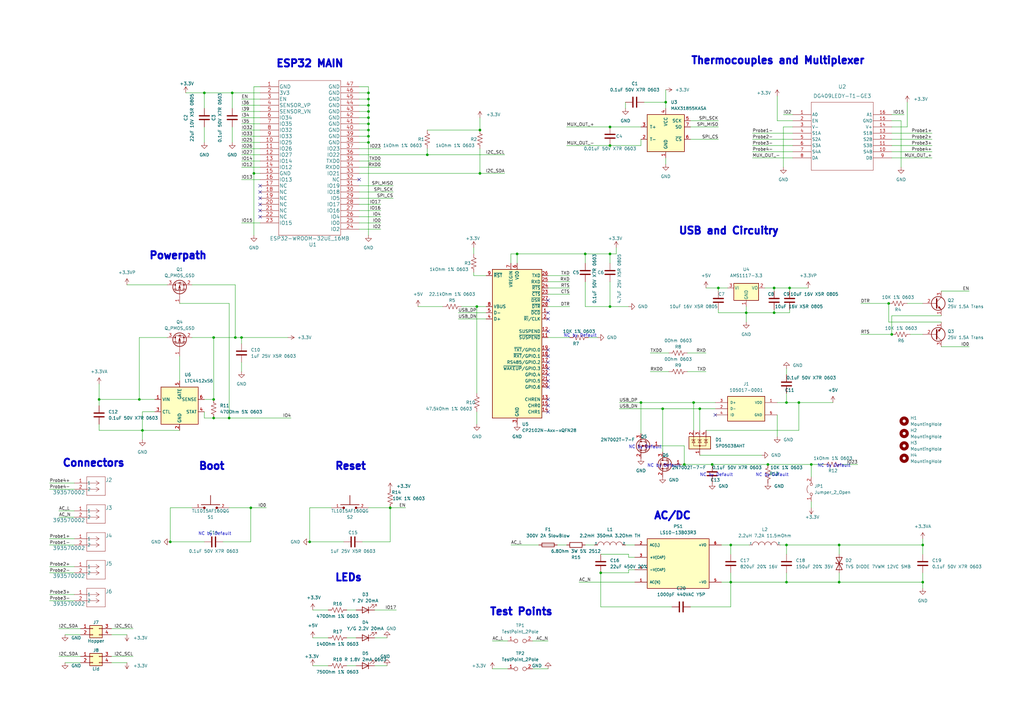
<source format=kicad_sch>
(kicad_sch (version 20211123) (generator eeschema)
  (paper "A3")
  (junction (at 151.13 45.72))
  (junction (at 317.5 118.11))
  (junction (at 160.02 208.28))
  (junction (at 299.72 238.76))
  (junction (at 87.63 171.45))
  (junction (at 250.19 104.14))
  (junction (at 151.13 50.8))
  (junction (at 332.74 190.5))
  (junction (at 175.26 63.5))
  (junction (at 322.58 223.52))
  (junction (at 104.14 71.12))
  (junction (at 344.17 223.52))
  (junction (at 322.58 238.76))
  (junction (at 292.1 190.5))
  (junction (at 151.13 55.88))
  (junction (at 273.05 41.91))
  (junction (at 102.87 208.28))
  (junction (at 322.58 165.1))
  (junction (at 365.76 137.16))
  (junction (at 212.09 104.14))
  (junction (at 250.19 59.69))
  (junction (at 306.07 128.27))
  (junction (at 83.82 38.1))
  (junction (at 195.58 125.73))
  (junction (at 271.78 167.64))
  (junction (at 344.17 238.76))
  (junction (at 58.42 176.53))
  (junction (at 262.89 165.1))
  (junction (at 314.96 190.5))
  (junction (at 96.52 138.43))
  (junction (at 250.19 125.73))
  (junction (at 127 222.25))
  (junction (at 250.19 52.07))
  (junction (at 95.25 38.1))
  (junction (at 151.13 43.18))
  (junction (at 280.67 190.5))
  (junction (at 294.64 118.11))
  (junction (at 40.64 163.83))
  (junction (at 196.85 71.12))
  (junction (at 87.63 138.43))
  (junction (at 196.85 53.34))
  (junction (at 240.03 104.14))
  (junction (at 151.13 40.64))
  (junction (at 57.15 163.83))
  (junction (at 87.63 163.83))
  (junction (at 327.66 165.1))
  (junction (at 378.46 238.76))
  (junction (at 323.85 118.11))
  (junction (at 93.98 171.45))
  (junction (at 151.13 48.26))
  (junction (at 151.13 58.42))
  (junction (at 378.46 223.52))
  (junction (at 299.72 223.52))
  (junction (at 287.02 167.64))
  (junction (at 317.5 128.27))
  (junction (at 69.85 222.25))
  (junction (at 151.13 53.34))
  (junction (at 284.48 165.1))
  (junction (at 364.49 124.46))
  (junction (at 151.13 38.1))
  (junction (at 246.38 234.95))
  (junction (at 99.06 138.43))
  (no_connect (at 147.32 73.66))
  (no_connect (at 224.79 163.83))
  (no_connect (at 106.68 88.9))
  (no_connect (at 224.79 148.59))
  (no_connect (at 106.68 86.36))
  (no_connect (at 224.79 123.19))
  (no_connect (at 106.68 76.2))
  (no_connect (at 224.79 146.05))
  (no_connect (at 106.68 78.74))
  (no_connect (at 224.79 135.89))
  (no_connect (at 106.68 81.28))
  (no_connect (at 224.79 153.67))
  (no_connect (at 224.79 143.51))
  (no_connect (at 224.79 151.13))
  (no_connect (at 224.79 166.37))
  (no_connect (at 293.37 170.18))
  (no_connect (at 224.79 130.81))
  (no_connect (at 224.79 158.75))
  (no_connect (at 224.79 128.27))
  (no_connect (at 224.79 156.21))
  (no_connect (at 106.68 83.82))
  (no_connect (at 224.79 168.91))
  (wire (pts (xy 147.32 43.18) (xy 151.13 43.18)))
  (wire (pts (xy 87.63 138.43) (xy 87.63 163.83)))
  (wire (pts (xy 195.58 168.91) (xy 195.58 173.99)))
  (wire (pts (xy 148.59 222.25) (xy 160.02 222.25)))
  (wire (pts (xy 194.31 113.03) (xy 194.31 111.76)))
  (wire (pts (xy 332.74 205.74) (xy 332.74 208.28)))
  (wire (pts (xy 195.58 125.73) (xy 195.58 161.29)))
  (wire (pts (xy 73.66 124.46) (xy 93.98 124.46)))
  (wire (pts (xy 317.5 127) (xy 317.5 128.27)))
  (wire (pts (xy 344.17 223.52) (xy 378.46 223.52)))
  (wire (pts (xy 40.64 176.53) (xy 58.42 176.53)))
  (wire (pts (xy 99.06 60.96) (xy 106.68 60.96)))
  (wire (pts (xy 378.46 238.76) (xy 378.46 241.3)))
  (wire (pts (xy 199.39 125.73) (xy 195.58 125.73)))
  (wire (pts (xy 151.13 58.42) (xy 151.13 96.52)))
  (wire (pts (xy 58.42 176.53) (xy 58.42 180.34)))
  (wire (pts (xy 147.32 86.36) (xy 156.21 86.36)))
  (wire (pts (xy 266.7 152.4) (xy 274.32 152.4)))
  (wire (pts (xy 99.06 45.72) (xy 106.68 45.72)))
  (wire (pts (xy 26.67 271.78) (xy 33.02 271.78)))
  (wire (pts (xy 280.67 190.5) (xy 292.1 190.5)))
  (wire (pts (xy 308.61 57.15) (xy 325.12 57.15)))
  (wire (pts (xy 313.69 118.11) (xy 317.5 118.11)))
  (wire (pts (xy 99.06 50.8) (xy 106.68 50.8)))
  (wire (pts (xy 212.09 107.95) (xy 212.09 104.14)))
  (wire (pts (xy 99.06 58.42) (xy 106.68 58.42)))
  (wire (pts (xy 224.79 120.65) (xy 233.68 120.65)))
  (wire (pts (xy 250.19 104.14) (xy 250.19 107.95)))
  (wire (pts (xy 83.82 52.07) (xy 83.82 58.42)))
  (wire (pts (xy 153.67 250.19) (xy 162.56 250.19)))
  (wire (pts (xy 373.38 137.16) (xy 378.46 137.16)))
  (wire (pts (xy 99.06 66.04) (xy 106.68 66.04)))
  (wire (pts (xy 240.03 125.73) (xy 240.03 115.57)))
  (wire (pts (xy 386.08 129.54) (xy 365.76 129.54)))
  (wire (pts (xy 175.26 53.34) (xy 196.85 53.34)))
  (wire (pts (xy 209.55 107.95) (xy 209.55 104.14)))
  (wire (pts (xy 199.39 113.03) (xy 194.31 113.03)))
  (wire (pts (xy 365.76 46.99) (xy 370.84 46.99)))
  (wire (pts (xy 250.19 115.57) (xy 250.19 125.73)))
  (wire (pts (xy 95.25 38.1) (xy 106.68 38.1)))
  (wire (pts (xy 365.76 129.54) (xy 365.76 137.16)))
  (wire (pts (xy 153.67 273.05) (xy 158.75 273.05)))
  (wire (pts (xy 147.32 48.26) (xy 151.13 48.26)))
  (wire (pts (xy 322.58 238.76) (xy 299.72 238.76)))
  (wire (pts (xy 294.64 118.11) (xy 289.56 118.11)))
  (wire (pts (xy 20.32 200.66) (xy 30.48 200.66)))
  (wire (pts (xy 87.63 138.43) (xy 96.52 138.43)))
  (wire (pts (xy 147.32 50.8) (xy 151.13 50.8)))
  (wire (pts (xy 99.06 138.43) (xy 118.11 138.43)))
  (wire (pts (xy 271.78 167.64) (xy 287.02 167.64)))
  (wire (pts (xy 147.32 35.56) (xy 151.13 35.56)))
  (wire (pts (xy 345.44 190.5) (xy 351.79 190.5)))
  (wire (pts (xy 237.49 238.76) (xy 260.35 238.76)))
  (wire (pts (xy 99.06 91.44) (xy 106.68 91.44)))
  (wire (pts (xy 147.32 60.96) (xy 156.21 60.96)))
  (wire (pts (xy 99.06 40.64) (xy 106.68 40.64)))
  (wire (pts (xy 224.79 115.57) (xy 233.68 115.57)))
  (wire (pts (xy 299.72 223.52) (xy 295.91 223.52)))
  (wire (pts (xy 24.13 257.81) (xy 33.02 257.81)))
  (wire (pts (xy 306.07 128.27) (xy 317.5 128.27)))
  (wire (pts (xy 298.45 118.11) (xy 294.64 118.11)))
  (wire (pts (xy 151.13 38.1) (xy 151.13 40.64)))
  (wire (pts (xy 232.41 52.07) (xy 250.19 52.07)))
  (wire (pts (xy 273.05 64.77) (xy 273.05 67.31)))
  (wire (pts (xy 24.13 269.24) (xy 33.02 269.24)))
  (wire (pts (xy 20.32 232.41) (xy 30.48 232.41)))
  (wire (pts (xy 134.62 261.62) (xy 128.27 261.62)))
  (wire (pts (xy 209.55 223.52) (xy 220.98 223.52)))
  (wire (pts (xy 378.46 234.95) (xy 378.46 238.76)))
  (wire (pts (xy 151.13 40.64) (xy 151.13 43.18)))
  (wire (pts (xy 142.24 273.05) (xy 146.05 273.05)))
  (wire (pts (xy 224.79 118.11) (xy 233.68 118.11)))
  (wire (pts (xy 209.55 104.14) (xy 212.09 104.14)))
  (wire (pts (xy 175.26 60.96) (xy 175.26 63.5)))
  (wire (pts (xy 83.82 171.45) (xy 87.63 171.45)))
  (wire (pts (xy 187.96 128.27) (xy 199.39 128.27)))
  (wire (pts (xy 93.98 171.45) (xy 119.38 171.45)))
  (wire (pts (xy 196.85 60.96) (xy 196.85 71.12)))
  (wire (pts (xy 323.85 118.11) (xy 323.85 119.38)))
  (wire (pts (xy 318.77 49.53) (xy 318.77 39.37)))
  (wire (pts (xy 87.63 163.83) (xy 83.82 163.83)))
  (wire (pts (xy 99.06 53.34) (xy 106.68 53.34)))
  (wire (pts (xy 147.32 76.2) (xy 161.29 76.2)))
  (wire (pts (xy 266.7 144.78) (xy 274.32 144.78)))
  (wire (pts (xy 26.67 260.35) (xy 33.02 260.35)))
  (wire (pts (xy 308.61 62.23) (xy 325.12 62.23)))
  (wire (pts (xy 332.74 190.5) (xy 337.82 190.5)))
  (wire (pts (xy 232.41 59.69) (xy 250.19 59.69)))
  (wire (pts (xy 281.94 152.4) (xy 289.56 152.4)))
  (wire (pts (xy 187.96 130.81) (xy 199.39 130.81)))
  (wire (pts (xy 83.82 168.91) (xy 83.82 171.45)))
  (wire (pts (xy 147.32 66.04) (xy 156.21 66.04)))
  (wire (pts (xy 295.91 238.76) (xy 299.72 238.76)))
  (wire (pts (xy 224.79 113.03) (xy 233.68 113.03)))
  (wire (pts (xy 224.79 262.89) (xy 218.44 262.89)))
  (wire (pts (xy 102.87 208.28) (xy 109.22 208.28)))
  (wire (pts (xy 365.76 62.23) (xy 382.27 62.23)))
  (wire (pts (xy 378.46 238.76) (xy 344.17 238.76)))
  (wire (pts (xy 95.25 38.1) (xy 95.25 44.45)))
  (wire (pts (xy 332.74 190.5) (xy 332.74 195.58)))
  (wire (pts (xy 365.76 59.69) (xy 382.27 59.69)))
  (wire (pts (xy 78.74 116.84) (xy 96.52 116.84)))
  (wire (pts (xy 325.12 52.07) (xy 321.31 52.07)))
  (wire (pts (xy 240.03 104.14) (xy 240.03 107.95)))
  (wire (pts (xy 24.13 209.55) (xy 30.48 209.55)))
  (wire (pts (xy 99.06 55.88) (xy 106.68 55.88)))
  (wire (pts (xy 323.85 118.11) (xy 331.47 118.11)))
  (wire (pts (xy 322.58 227.33) (xy 322.58 223.52)))
  (wire (pts (xy 306.07 125.73) (xy 306.07 128.27)))
  (wire (pts (xy 40.64 173.99) (xy 40.64 176.53)))
  (wire (pts (xy 250.19 52.07) (xy 262.89 52.07)))
  (wire (pts (xy 369.57 49.53) (xy 365.76 49.53)))
  (wire (pts (xy 102.87 222.25) (xy 102.87 208.28)))
  (wire (pts (xy 20.32 246.38) (xy 30.48 246.38)))
  (wire (pts (xy 270.51 182.88) (xy 280.67 182.88)))
  (wire (pts (xy 323.85 127) (xy 323.85 128.27)))
  (wire (pts (xy 147.32 83.82) (xy 156.21 83.82)))
  (wire (pts (xy 372.11 52.07) (xy 372.11 41.91)))
  (wire (pts (xy 308.61 59.69) (xy 325.12 59.69)))
  (wire (pts (xy 240.03 223.52) (xy 243.84 223.52)))
  (wire (pts (xy 257.81 228.6) (xy 257.81 227.33)))
  (wire (pts (xy 76.2 38.1) (xy 83.82 38.1)))
  (wire (pts (xy 147.32 45.72) (xy 151.13 45.72)))
  (wire (pts (xy 99.06 63.5) (xy 106.68 63.5)))
  (wire (pts (xy 147.32 38.1) (xy 151.13 38.1)))
  (wire (pts (xy 160.02 208.28) (xy 160.02 222.25)))
  (wire (pts (xy 273.05 41.91) (xy 273.05 44.45)))
  (wire (pts (xy 344.17 223.52) (xy 344.17 227.33)))
  (wire (pts (xy 260.35 228.6) (xy 257.81 228.6)))
  (wire (pts (xy 104.14 35.56) (xy 104.14 71.12)))
  (wire (pts (xy 344.17 234.95) (xy 344.17 238.76)))
  (wire (pts (xy 322.58 223.52) (xy 344.17 223.52)))
  (wire (pts (xy 264.16 41.91) (xy 273.05 41.91)))
  (wire (pts (xy 142.24 250.19) (xy 146.05 250.19)))
  (wire (pts (xy 299.72 223.52) (xy 307.34 223.52)))
  (wire (pts (xy 246.38 234.95) (xy 257.81 234.95)))
  (wire (pts (xy 69.85 222.25) (xy 83.82 222.25)))
  (wire (pts (xy 87.63 171.45) (xy 93.98 171.45)))
  (wire (pts (xy 317.5 118.11) (xy 317.5 119.38)))
  (wire (pts (xy 93.98 208.28) (xy 102.87 208.28)))
  (wire (pts (xy 299.72 227.33) (xy 299.72 223.52)))
  (wire (pts (xy 283.21 52.07) (xy 294.64 52.07)))
  (wire (pts (xy 151.13 45.72) (xy 151.13 48.26)))
  (wire (pts (xy 96.52 116.84) (xy 96.52 138.43)))
  (wire (pts (xy 99.06 48.26) (xy 106.68 48.26)))
  (wire (pts (xy 281.94 144.78) (xy 289.56 144.78)))
  (wire (pts (xy 151.13 48.26) (xy 151.13 50.8)))
  (wire (pts (xy 386.08 119.38) (xy 397.51 119.38)))
  (wire (pts (xy 104.14 35.56) (xy 106.68 35.56)))
  (wire (pts (xy 322.58 161.29) (xy 322.58 165.1)))
  (wire (pts (xy 73.66 176.53) (xy 58.42 176.53)))
  (wire (pts (xy 386.08 132.08) (xy 364.49 132.08)))
  (wire (pts (xy 57.15 163.83) (xy 63.5 163.83)))
  (wire (pts (xy 321.31 52.07) (xy 321.31 68.58)))
  (wire (pts (xy 353.06 124.46) (xy 364.49 124.46)))
  (wire (pts (xy 320.04 223.52) (xy 322.58 223.52)))
  (wire (pts (xy 147.32 78.74) (xy 161.29 78.74)))
  (wire (pts (xy 386.08 142.24) (xy 397.51 142.24)))
  (wire (pts (xy 365.76 64.77) (xy 382.27 64.77)))
  (wire (pts (xy 246.38 248.92) (xy 275.59 248.92)))
  (wire (pts (xy 20.32 243.84) (xy 30.48 243.84)))
  (wire (pts (xy 292.1 190.5) (xy 314.96 190.5)))
  (wire (pts (xy 284.48 165.1) (xy 293.37 165.1)))
  (wire (pts (xy 287.02 167.64) (xy 293.37 167.64)))
  (wire (pts (xy 147.32 63.5) (xy 175.26 63.5)))
  (wire (pts (xy 314.96 190.5) (xy 332.74 190.5)))
  (wire (pts (xy 260.35 233.68) (xy 257.81 233.68)))
  (wire (pts (xy 104.14 71.12) (xy 106.68 71.12)))
  (wire (pts (xy 256.54 41.91) (xy 256.54 44.45)))
  (wire (pts (xy 142.24 261.62) (xy 146.05 261.62)))
  (wire (pts (xy 318.77 170.18) (xy 318.77 179.07)))
  (wire (pts (xy 252.73 101.6) (xy 252.73 104.14)))
  (wire (pts (xy 57.15 138.43) (xy 57.15 163.83)))
  (wire (pts (xy 45.72 271.78) (xy 52.07 271.78)))
  (wire (pts (xy 78.74 138.43) (xy 87.63 138.43)))
  (wire (pts (xy 287.02 186.69) (xy 312.42 186.69)))
  (wire (pts (xy 151.13 55.88) (xy 151.13 58.42)))
  (wire (pts (xy 99.06 140.97) (xy 99.06 138.43)))
  (wire (pts (xy 175.26 63.5) (xy 207.01 63.5)))
  (wire (pts (xy 147.32 88.9) (xy 156.21 88.9)))
  (wire (pts (xy 196.85 71.12) (xy 207.01 71.12)))
  (wire (pts (xy 160.02 208.28) (xy 151.13 208.28)))
  (wire (pts (xy 151.13 35.56) (xy 151.13 38.1)))
  (wire (pts (xy 134.62 273.05) (xy 128.27 273.05)))
  (wire (pts (xy 147.32 71.12) (xy 196.85 71.12)))
  (wire (pts (xy 365.76 52.07) (xy 372.11 52.07)))
  (wire (pts (xy 83.82 38.1) (xy 83.82 44.45)))
  (wire (pts (xy 134.62 250.19) (xy 128.27 250.19)))
  (wire (pts (xy 52.07 116.84) (xy 68.58 116.84)))
  (wire (pts (xy 151.13 50.8) (xy 151.13 53.34)))
  (wire (pts (xy 289.56 176.53) (xy 327.66 176.53)))
  (wire (pts (xy 99.06 148.59) (xy 99.06 152.4)))
  (wire (pts (xy 284.48 165.1) (xy 284.48 176.53)))
  (wire (pts (xy 147.32 68.58) (xy 156.21 68.58)))
  (wire (pts (xy 322.58 165.1) (xy 327.66 165.1)))
  (wire (pts (xy 196.85 48.26) (xy 196.85 53.34)))
  (wire (pts (xy 364.49 124.46) (xy 364.49 132.08)))
  (wire (pts (xy 257.81 125.73) (xy 250.19 125.73)))
  (wire (pts (xy 20.32 198.12) (xy 30.48 198.12)))
  (wire (pts (xy 147.32 81.28) (xy 161.29 81.28)))
  (wire (pts (xy 327.66 176.53) (xy 327.66 165.1)))
  (wire (pts (xy 224.79 274.32) (xy 218.44 274.32)))
  (wire (pts (xy 40.64 157.48) (xy 40.64 163.83)))
  (wire (pts (xy 369.57 49.53) (xy 369.57 68.58)))
  (wire (pts (xy 308.61 54.61) (xy 325.12 54.61)))
  (wire (pts (xy 322.58 151.13) (xy 322.58 153.67)))
  (wire (pts (xy 20.32 223.52) (xy 30.48 223.52)))
  (wire (pts (xy 353.06 137.16) (xy 365.76 137.16)))
  (wire (pts (xy 69.85 222.25) (xy 69.85 208.28)))
  (wire (pts (xy 262.89 165.1) (xy 262.89 177.8)))
  (wire (pts (xy 306.07 128.27) (xy 294.64 128.27)))
  (wire (pts (xy 306.07 128.27) (xy 306.07 132.08)))
  (wire (pts (xy 147.32 58.42) (xy 151.13 58.42)))
  (wire (pts (xy 365.76 54.61) (xy 382.27 54.61)))
  (wire (pts (xy 344.17 238.76) (xy 322.58 238.76)))
  (wire (pts (xy 224.79 138.43) (xy 233.68 138.43)))
  (wire (pts (xy 99.06 68.58) (xy 106.68 68.58)))
  (wire (pts (xy 151.13 53.34) (xy 151.13 55.88)))
  (wire (pts (xy 127 222.25) (xy 140.97 222.25)))
  (wire (pts (xy 287.02 167.64) (xy 287.02 176.53)))
  (wire (pts (xy 147.32 40.64) (xy 151.13 40.64)))
  (wire (pts (xy 256.54 223.52) (xy 260.35 223.52)))
  (wire (pts (xy 224.79 125.73) (xy 233.68 125.73)))
  (wire (pts (xy 299.72 234.95) (xy 299.72 238.76)))
  (wire (pts (xy 104.14 71.12) (xy 104.14 96.52)))
  (wire (pts (xy 194.31 101.6) (xy 194.31 104.14)))
  (wire (pts (xy 308.61 64.77) (xy 325.12 64.77)))
  (wire (pts (xy 317.5 118.11) (xy 323.85 118.11)))
  (wire (pts (xy 318.77 165.1) (xy 322.58 165.1)))
  (wire (pts (xy 147.32 53.34) (xy 151.13 53.34)))
  (wire (pts (xy 153.67 261.62) (xy 158.75 261.62)))
  (wire (pts (xy 147.32 55.88) (xy 151.13 55.88)))
  (wire (pts (xy 283.21 49.53) (xy 294.64 49.53)))
  (wire (pts (xy 250.19 59.69) (xy 262.89 59.69)))
  (wire (pts (xy 325.12 49.53) (xy 318.77 49.53)))
  (wire (pts (xy 240.03 104.14) (xy 250.19 104.14)))
  (wire (pts (xy 241.3 138.43) (xy 245.11 138.43)))
  (wire (pts (xy 257.81 227.33) (xy 246.38 227.33)))
  (wire (pts (xy 20.32 220.98) (xy 30.48 220.98)))
  (wire (pts (xy 254 165.1) (xy 262.89 165.1)))
  (wire (pts (xy 322.58 234.95) (xy 322.58 238.76)))
  (wire (pts (xy 68.58 138.43) (xy 57.15 138.43)))
  (wire (pts (xy 280.67 182.88) (xy 280.67 190.5)))
  (wire (pts (xy 40.64 163.83) (xy 40.64 166.37)))
  (wire (pts (xy 160.02 208.28) (xy 166.37 208.28)))
  (wire (pts (xy 262.89 57.15) (xy 262.89 59.69)))
  (wire (pts (xy 299.72 238.76) (xy 299.72 248.92)))
  (wire (pts (xy 127 208.28) (xy 135.89 208.28)))
  (wire (pts (xy 212.09 104.14) (xy 240.03 104.14)))
  (wire (pts (xy 250.19 104.14) (xy 252.73 104.14)))
  (wire (pts (xy 73.66 146.05) (xy 73.66 156.21)))
  (wire (pts (xy 24.13 212.09) (xy 30.48 212.09)))
  (wire (pts (xy 83.82 38.1) (xy 95.25 38.1)))
  (wire (pts (xy 228.6 223.52) (xy 232.41 223.52)))
  (wire (pts (xy 246.38 234.95) (xy 246.38 248.92)))
  (wire (pts (xy 262.89 165.1) (xy 284.48 165.1)))
  (wire (pts (xy 208.28 274.32) (xy 201.93 274.32)))
  (wire (pts (xy 201.93 262.89) (xy 208.28 262.89)))
  (wire (pts (xy 96.52 138.43) (xy 99.06 138.43)))
  (wire (pts (xy 91.44 222.25) (xy 102.87 222.25)))
  (wire (pts (xy 147.32 91.44) (xy 156.21 91.44)))
  (wire (pts (xy 317.5 128.27) (xy 323.85 128.27)))
  (wire (pts (xy 45.72 257.81) (xy 54.61 257.81)))
  (wire (pts (xy 45.72 260.35) (xy 52.07 260.35)))
  (wire (pts (xy 40.64 163.83) (xy 57.15 163.83)))
  (wire (pts (xy 58.42 168.91) (xy 58.42 176.53)))
  (wire (pts (xy 127 208.28) (xy 127 222.25)))
  (wire (pts (xy 151.13 43.18) (xy 151.13 45.72)))
  (wire (pts (xy 171.45 125.73) (xy 181.61 125.73)))
  (wire (pts (xy 69.85 208.28) (xy 78.74 208.28)))
  (wire (pts (xy 93.98 124.46) (xy 93.98 171.45)))
  (wire (pts (xy 365.76 57.15) (xy 382.27 57.15)))
  (wire (pts (xy 283.21 57.15) (xy 294.64 57.15)))
  (wire (pts (xy 189.23 125.73) (xy 195.58 125.73)))
  (wire (pts (xy 372.11 124.46) (xy 378.46 124.46)))
  (wire (pts (xy 45.72 269.24) (xy 54.61 269.24)))
  (wire (pts (xy 327.66 165.1) (xy 341.63 165.1)))
  (wire (pts (xy 95.25 52.07) (xy 95.25 58.42)))
  (wire (pts (xy 321.31 46.99) (xy 325.12 46.99)))
  (wire (pts (xy 20.32 234.95) (xy 30.48 234.95)))
  (wire (pts (xy 271.78 167.64) (xy 271.78 185.42)))
  (wire (pts (xy 378.46 223.52) (xy 378.46 227.33)))
  (wire (pts (xy 294.64 128.27) (xy 294.64 127)))
  (wire (pts (xy 250.19 125.73) (xy 240.03 125.73)))
  (wire (pts (xy 257.81 233.68) (xy 257.81 234.95)))
  (wire (pts (xy 378.46 220.98) (xy 378.46 223.52)))
  (wire (pts (xy 99.06 73.66) (xy 106.68 73.66)))
  (wire (pts (xy 99.06 43.18) (xy 106.68 43.18)))
  (wire (pts (xy 299.72 248.92) (xy 283.21 248.92)))
  (wire (pts (xy 63.5 168.91) (xy 58.42 168.91)))
  (wire (pts (xy 280.67 190.5) (xy 279.4 190.5)))
  (wire (pts (xy 147.32 93.98) (xy 156.21 93.98)))
  (wire (pts (xy 273.05 36.83) (xy 273.05 41.91)))
  (wire (pts (xy 254 167.64) (xy 271.78 167.64)))
  (wire (pts (xy 294.64 118.11) (xy 294.64 119.38)))
  (text "Powerpath\n" (at 60.96 106.68 0) (effects (font (size 3 3) (thickness 1.016) bold) (justify left bottom)))
  (text "Reset" (at 137.16 193.04 0) (effects (font (size 3 3) (thickness 1.016) bold) (justify left bottom)))
  (text "USB and Circuitry" (at 278.13 96.52 0) (effects (font (size 3 3) (thickness 1.016) bold) (justify left bottom)))
  (text "Connectors" (at 25.4 191.77 0) (effects (font (size 3 3) (thickness 1.016) bold) (justify left bottom)))
  (text "LEDs" (at 137.16 238.76 0) (effects (font (size 3 3) (thickness 1.016) bold) (justify left bottom)))
  (text "Boot\n" (at 81.28 193.04 0) (effects (font (size 3 3) (thickness 1.016) bold) (justify left bottom)))
  (text "Thermocouples and Multiplexer" (at 283.21 26.67 0) (effects (font (size 3 3) (thickness 1.016) bold) (justify left bottom)))
  (text "Test Points" (at 200.66 252.73 0) (effects (font (size 3 3) (thickness 1.016) bold) (justify left bottom)))
  (text "NC by Default" (at 257.81 184.15 0) (effects (font (size 1.27 1.27)) (justify left bottom)))
  (text "NC by Default" (at 335.28 191.77 0) (effects (font (size 1.27 1.27)) (justify left bottom)))
  (text "NC by Default" (at 287.02 195.58 0) (effects (font (size 1.27 1.27)) (justify left bottom)))
  (text "NC by Default" (at 309.88 195.58 0) (effects (font (size 1.27 1.27)) (justify left bottom)))
  (text "ESP32 MAIN" (at 113.03 27.94 0) (effects (font (size 3 3) (thickness 1.016) bold) (justify left bottom)))
  (text "NC by Default" (at 265.43 191.77 0) (effects (font (size 1.27 1.27)) (justify left bottom)))
  (text "AC/DC" (at 267.97 213.36 0) (effects (font (size 3 3) (thickness 1.016) bold) (justify left bottom)))
  (text "NC by Default" (at 81.28 219.71 0) (effects (font (size 1.27 1.27)) (justify left bottom)))
  (text "NC by Default" (at 231.14 138.43 0) (effects (font (size 1.27 1.27)) (justify left bottom)))
  (label "IO17" (at 162.56 250.19 180))
  (label "AC_L" (at 209.55 223.52 0))
  (label "IO16" (at 156.21 86.36 180))
  (label "IO14" (at 99.06 66.04 0))
  (label "RXD0" (at 266.7 152.4 0))
  (label "IO12" (at 99.06 68.58 0))
  (label "Probe2-" (at 20.32 234.95 0))
  (label "RXD0" (at 156.21 68.58 180))
  (label "Probe4-" (at 308.61 62.23 0))
  (label "EN" (at 397.51 119.38 180))
  (label "SPI_MISO" (at 161.29 76.2 180))
  (label "IO2" (at 321.31 46.99 0))
  (label "Probe3+" (at 382.27 59.69 180))
  (label "I2C_SCL" (at 54.61 269.24 180))
  (label "USB_DP" (at 187.96 128.27 0))
  (label "IO4" (at 119.38 171.45 180))
  (label "IO32" (at 99.06 53.34 0))
  (label "TXD0" (at 266.7 144.78 0))
  (label "IO33" (at 99.06 55.88 0))
  (label "IO0" (at 109.22 208.28 180))
  (label "IO15" (at 370.84 46.99 180))
  (label "SPI_MISO" (at 294.64 52.07 180))
  (label "RXD" (at 233.68 115.57 180))
  (label "AC_N" (at 224.79 262.89 180))
  (label "IO0" (at 397.51 142.24 180))
  (label "TXD" (at 289.56 152.4 180))
  (label "IO25" (at 99.06 58.42 0))
  (label "DTR" (at 233.68 125.73 180))
  (label "IO4" (at 156.21 88.9 180))
  (label "I34" (at 99.06 48.26 0))
  (label "MUX_OUT_-" (at 232.41 59.69 0))
  (label "I2C_SDA" (at 24.13 257.81 0))
  (label "AC_N" (at 237.49 238.76 0))
  (label "IO23" (at 351.79 190.5 180))
  (label "IO27" (at 99.06 63.5 0))
  (label "SPI_CS" (at 294.64 57.15 180))
  (label "Probe1+" (at 382.27 54.61 180))
  (label "Probe1+" (at 20.32 220.98 0))
  (label "SPI_SCK" (at 161.29 78.74 180))
  (label "AC_L" (at 201.93 262.89 0))
  (label "I35" (at 99.06 50.8 0))
  (label "SPI_SCK" (at 294.64 49.53 180))
  (label "I36" (at 99.06 43.18 0))
  (label "USB_DP" (at 254 165.1 0))
  (label "MUX_OUT_-" (at 308.61 64.77 0))
  (label "IO17" (at 156.21 83.82 180))
  (label "Probe1-" (at 308.61 54.61 0))
  (label "I2C_SCL" (at 54.61 257.81 180))
  (label "RXD" (at 289.56 144.78 180))
  (label "USB_DN" (at 187.96 130.81 0))
  (label "AC_L" (at 24.13 209.55 0))
  (label "IO15" (at 99.06 91.44 0))
  (label "Probe3+" (at 20.32 243.84 0))
  (label "Probe2+" (at 382.27 57.15 180))
  (label "IO26" (at 99.06 60.96 0))
  (label "I39" (at 99.06 45.72 0))
  (label "EN" (at 99.06 40.64 0))
  (label "Probe2+" (at 20.32 232.41 0))
  (label "Probe4+" (at 382.27 62.23 180))
  (label "TXD" (at 233.68 113.03 180))
  (label "MUX_OUT_+" (at 382.27 64.77 180))
  (label "I2C_SDA" (at 207.01 71.12 180))
  (label "Probe3-" (at 308.61 59.69 0))
  (label "EN" (at 166.37 208.28 180))
  (label "Probe3-" (at 20.32 246.38 0))
  (label "I2C_SCL" (at 207.01 63.5 180))
  (label "MUX_OUT_+" (at 232.41 52.07 0))
  (label "IO13" (at 99.06 73.66 0))
  (label "USB_DN" (at 254 167.64 0))
  (label "Probe2-" (at 308.61 57.15 0))
  (label "TXD0" (at 156.21 66.04 180))
  (label "DTR" (at 353.06 124.46 0))
  (label "SPI_CS" (at 161.29 81.28 180))
  (label "CTS" (at 233.68 120.65 180))
  (label "RTS" (at 233.68 118.11 180))
  (label "Probe4+" (at 20.32 198.12 0))
  (label "IO23" (at 156.21 60.96 180))
  (label "IO0" (at 156.21 91.44 180))
  (label "AC_N" (at 24.13 212.09 0))
  (label "I2C_SDA" (at 24.13 269.24 0))
  (label "Probe4-" (at 20.32 200.66 0))
  (label "IO2" (at 156.21 93.98 180))
  (label "Probe1-" (at 20.32 223.52 0))
  (label "RTS" (at 353.06 137.16 0))
  (symbol (lib_id "power:+3.3V") (at 160.02 200.66 0) (mirror y) (unit 1)
    (property "Reference" "#PWR037" (effects hide))
    (property "Value" "+3.3V" (at 162.56 199.3901 0) (effects (justify right)))
  )
  (symbol (lib_id "power:+3.3V") (at 128.27 250.19 0) (unit 1)
    (property "Reference" "#PWR043" (effects hide))
    (property "Value" "+3.3V" (at 125.73 245.11 0) (effects (justify left)))
  )
  (symbol (lib_id "power:+3.3V") (at 52.07 271.78 180) (unit 1)
    (property "Reference" "#PWR049" (effects hide))
    (property "Value" "+3.3V" (at 54.61 273.0499 0) (effects (justify right)))
  )
  (symbol (lib_id "power:GND") (at 224.79 274.32 180) (unit 1)
    (property "Reference" "#PWR053" (effects hide))
    (property "Value" "GND" (at 222.25 273.0501 0) (effects (justify left)))
  )
  (symbol (lib_id "0393570002:393570002") (at 30.48 220.98 0) (unit 1)
    (property "Reference" "J4" (at 43.18 219.71 0) (effects (font (size 1.524 1.524)) (justify left)))
    (property "Value" "393570002" (at 21.59 224.79 0) (effects (font (size 1.524 1.524)) (justify left)))
    (property "Footprint" "CONN_393570002_MOL" (effects hide))
    (property "Manufacturer" "Molex" (effects hide))
    (property "Manufacturer Part Number" "393570002" (effects hide))
    (property "Vendor" "Digikey" (effects hide))
    (property "Vendor Part Number" "WM7877-ND" (effects hide))
  )
  (symbol (lib_id "105017-0001:105017-0001") (at 306.07 167.64 0) (unit 1)
    (property "Reference" "J1" (at 306.07 157.48 0))
    (property "Value" "105017-0001" (at 306.07 160.02 0))
    (property "Footprint" "MOLEX_105017-0001" (effects hide))
    (property "Manufacturer" "Molex" (effects hide))
    (property "Manufacturer Part Number" "1050170001" (effects hide))
    (property "Vendor" "Digikey" (effects hide))
    (property "Vendor Part Number" "WM1399CT-ND" (effects hide))
  )
  (symbol (lib_id "power:+3.3V") (at 252.73 101.6 0) (unit 1)
    (property "Reference" "#PWR015" (effects hide))
    (property "Value" "+3.3V" (at 255.27 97.79 0) (effects (justify right)))
  )
  (symbol (lib_id "Transistor_FET:2N7002") (at 265.43 182.88 0) (mirror y) (unit 1)
    (property "Reference" "Q5" (at 265.43 179.07 0) (effects (justify left)))
    (property "Value" "2N7002T-7-F" (at 260.35 180.34 0) (effects (justify left)))
    (property "Footprint" "Package_TO_SOT_SMD:SOT-23" (effects hide))
    (property "Datasheet" "https://www.onsemi.com/pub/Collateral/NDS7002A-D.PDF" (effects hide))
    (property "Manufacturer" "Diodes Incorporated" (effects hide))
    (property "Manufacturer Part Number" "2N7002T-7-F" (effects hide))
    (property "Vendor" "Digikey" (effects hide))
    (property "Vendor Part Number" "2N7002T-FDICT-ND" (effects hide))
  )
  (symbol (lib_id "power:GND") (at 318.77 179.07 0) (unit 1)
    (property "Reference" "#PWR030" (effects hide))
    (property "Value" "GND" (at 321.31 180.3399 0) (effects (justify left)))
  )
  (symbol (lib_id "0393570002:393570002") (at 30.48 198.12 0) (unit 1)
    (property "Reference" "J2" (at 43.18 196.85 0) (effects (font (size 1.524 1.524)) (justify left)))
    (property "Value" "393570002" (at 21.59 201.93 0) (effects (font (size 1.524 1.524)) (justify left)))
    (property "Footprint" "CONN_393570002_MOL" (effects hide))
    (property "Manufacturer" "Molex" (effects hide))
    (property "Manufacturer Part Number" "393570002" (effects hide))
    (property "Vendor" "Digikey" (effects hide))
    (property "Vendor Part Number" "WM7877-ND" (effects hide))
  )
  (symbol (lib_id "power:GND") (at 322.58 151.13 180) (unit 1)
    (property "Reference" "#PWR024" (effects hide))
    (property "Value" "GND" (at 325.12 149.8599 0) (effects (justify right)))
  )
  (symbol (lib_id "Mechanical:MountingHole") (at 370.84 172.72 0) (unit 1)
    (property "Reference" "H1" (at 373.38 171.4499 0) (effects (justify left)))
    (property "Value" "MountingHole" (at 373.38 173.9899 0) (effects (justify left)))
    (property "Footprint" "MountingHole:MountingHole_3.2mm_M3_DIN965_Pad" (effects hide))
  )
  (symbol (lib_id "power:+3.3V") (at 332.74 208.28 180) (unit 1)
    (property "Reference" "#PWR038" (effects hide))
    (property "Value" "+3.3V" (at 330.2 212.09 0) (effects (justify right)))
  )
  (symbol (lib_id "LS10-13B03R3:LS10-13B03R3") (at 278.13 231.14 0) (unit 1)
    (property "Reference" "PS1" (at 278.13 215.9 0))
    (property "Value" "LS10-13B03R3" (at 278.13 218.44 0))
    (property "Footprint" "CONV_LS10-13B03R3" (effects hide))
    (property "Datasheet" "https://www.mornsun-power.com/html/pdf/LS10-13B03R3.html" (effects hide))
    (property "PARTREV" "2020.12.14-A/5" (effects hide))
    (property "STANDARD" "Manufacturer Recommendations" (effects hide))
    (property "MAXIMUM_PACKAGE_HEIGHT" "18.2 mm" (effects hide))
    (property "MANUFACTURER" "MORNSUN" (effects hide))
    (property "Manufacturer" "Mornsun America, LLC" (effects hide))
    (property "Manufacturer Part Number" "LS10-13B03R3" (effects hide))
    (property "Vendor" "Digikey" (effects hide))
    (property "Vendor Part Number" "2725-LS10-13B03R3-ND" (effects hide))
  )
  (symbol (lib_id "Device:LED") (at 149.86 250.19 180) (unit 1)
    (property "Reference" "D3" (at 149.86 243.84 0))
    (property "Value" "Y 2V 20mA" (at 149.86 246.38 0))
    (property "Footprint" "LED_SMD:LED_0603_1608Metric" (effects hide))
    (property "Manufacturer" "Würth Elektronik" (effects hide))
    (property "Manufacturer Part Number" "150060YS75000" (effects hide))
    (property "Vendor" "Digikey" (effects hide))
    (property "Vendor Part Number" "732-4981-1-ND" (effects hide))
  )
  (symbol (lib_id "Device:C") (at 323.85 123.19 0) (mirror y) (unit 1)
    (property "Reference" "C9" (at 322.58 120.65 0))
    (property "Value" "10uF 16V X5R 0805" (at 334.01 120.65 0))
    (property "Footprint" "Capacitor_SMD:C_0805_2012Metric" (effects hide))
    (property "Manufacturer" "Samsung Electro-Mechanics" (effects hide))
    (property "Manufacturer Part Number" "CL21A106KOQNNNE" (effects hide))
    (property "Vendor" "Digikey" (effects hide))
    (property "Vendor Part Number" "1276-1096-1-ND" (effects hide))
  )
  (symbol (lib_id "power:GND") (at 256.54 44.45 0) (unit 1)
    (property "Reference" "#PWR05" (effects hide))
    (property "Value" "GND" (at 256.54 49.53 0))
  )
  (symbol (lib_id "Device:R_US") (at 138.43 250.19 90) (unit 1)
    (property "Reference" "R16" (at 138.43 247.65 90))
    (property "Value" "470Ohm 1% 0603" (at 138.43 252.73 90))
    (property "Footprint" "Resistor_SMD:R_0603_1608Metric" (effects hide))
    (property "Manufacturer" "YAGEO" (effects hide))
    (property "Manufacturer Part Number" "RC0603FR-13470RL" (effects hide))
    (property "Vendor" "Digikey" (effects hide))
    (property "Vendor Part Number" "13-RC0603FR-13470RLCT-ND" (effects hide))
  )
  (symbol (lib_id "Sensor_Temperature:MAX31855KASA") (at 273.05 54.61 0) (unit 1)
    (property "Reference" "U3" (at 275.0694 41.91 0) (effects (justify left)))
    (property "Value" "MAX31855KASA" (at 275.0694 44.45 0) (effects (justify left)))
    (property "Footprint" "Package_SO:SOIC-8_3.9x4.9mm_P1.27mm" (effects hide))
    (property "Datasheet" "http://datasheets.maximintegrated.com/en/ds/MAX31855.pdf" (effects hide))
    (property "Manufacturer" "Analog Devices Inc./Maxim Integrated" (effects hide))
    (property "Manufacturer Part Number" "MAX31855KASA+T" (effects hide))
    (property "Vendor" "Digikey" (effects hide))
    (property "Vendor Part Number" "MAX31855KASA+TCT-ND" (effects hide))
  )
  (symbol (lib_id "Device:Q_PMOS_GSD") (at 73.66 140.97 90) (unit 1)
    (property "Reference" "Q4" (at 73.66 132.08 90))
    (property "Value" "Q_PMOS_GSD" (at 73.66 134.62 90))
    (property "Footprint" "Customs Smoker:VESM_TOS" (effects hide))
    (property "Manufacturer" "Toshiba Semiconductor and Storage" (effects hide))
    (property "Manufacturer Part Number" "SSM3J56MFV,L3F" (effects hide))
    (property "Vendor" "Digikey" (effects hide))
    (property "Vendor Part Number" "SSM3J56MFVL3FCT-ND" (effects hide))
  )
  (symbol (lib_id "Device:R_US") (at 185.42 125.73 90) (unit 1)
    (property "Reference" "R5" (at 185.42 123.19 90))
    (property "Value" "22.1kOhm 1% 0603" (at 185.42 120.65 90))
    (property "Footprint" "Resistor_SMD:R_0603_1608Metric" (effects hide))
    (property "Manufacturer" "YAGEO" (effects hide))
    (property "Manufacturer Part Number" "RC0603FR-0722K1L" (effects hide))
    (property "Vendor" "Digikey" (effects hide))
    (property "Vendor Part Number" "311-22.1KHRCT-ND" (effects hide))
  )
  (symbol (lib_id "power:GND") (at 257.81 125.73 90) (unit 1)
    (property "Reference" "#PWR020" (effects hide))
    (property "Value" "GND" (at 261.62 125.7299 90) (effects (justify right)))
  )
  (symbol (lib_id "power:GND") (at 271.78 195.58 0) (unit 1)
    (property "Reference" "#PWR034" (effects hide))
    (property "Value" "GND" (at 274.32 196.8499 0) (effects (justify left)))
  )
  (symbol (lib_id "Device:R_US") (at 160.02 204.47 0) (mirror x) (unit 1)
    (property "Reference" "R14" (at 162.56 201.93 0))
    (property "Value" "10K 1% 0603" (at 167.64 204.47 0))
    (property "Footprint" "Resistor_SMD:R_0603_1608Metric" (effects hide))
    (property "Manufacturer" "Stackpole Electronics Inc" (effects hide))
    (property "Manufacturer Part Number" "RNCP0603FTD10K0" (effects hide))
    (property "Vendor" "Digikey" (effects hide))
    (property "Vendor Part Number" "RNCP0603FTD10K0CT-ND" (effects hide))
  )
  (symbol (lib_id "Mechanical:MountingHole") (at 370.84 187.96 0) (unit 1)
    (property "Reference" "H4" (at 373.38 186.6899 0) (effects (justify left)))
    (property "Value" "MountingHole" (at 373.38 189.2299 0) (effects (justify left)))
    (property "Footprint" "MountingHole:MountingHole_3.2mm_M3_DIN965_Pad" (effects hide))
  )
  (symbol (lib_id "Device:R_US") (at 314.96 194.31 0) (mirror y) (unit 1)
    (property "Reference" "R13" (at 317.5 194.31 0))
    (property "Value" "10K 1% 0603" (at 322.58 191.77 0))
    (property "Footprint" "Resistor_SMD:R_0603_1608Metric" (effects hide))
    (property "Manufacturer" "Stackpole Electronics Inc" (effects hide))
    (property "Manufacturer Part Number" "RNCP0603FTD10K0" (effects hide))
    (property "Vendor" "Digikey" (effects hide))
    (property "Vendor Part Number" "RNCP0603FTD10K0CT-ND" (effects hide))
  )
  (symbol (lib_id "Device:C") (at 250.19 55.88 0) (unit 1)
    (property "Reference" "C4" (at 254 55.88 0))
    (property "Value" "0.01uF 50V X7R 0603" (at 250.19 60.96 0))
    (property "Footprint" "Capacitor_SMD:C_0603_1608Metric" (effects hide))
    (property "Manufacturer" "Samsung Electro-Mechanics" (effects hide))
    (property "Manufacturer Part Number" "CL10B103KB8NNNC" (effects hide))
    (property "Vendor" "Digikey" (effects hide))
    (property "Vendor Part Number" "1276-1009-1-ND" (effects hide))
  )
  (symbol (lib_id "power:GND") (at 321.31 68.58 0) (unit 1)
    (property "Reference" "#PWR010" (effects hide))
    (property "Value" "GND" (at 321.31 73.66 0))
  )
  (symbol (lib_id "0393570002:393570002") (at 30.48 209.55 0) (unit 1)
    (property "Reference" "J3" (at 43.18 208.28 0) (effects (font (size 1.524 1.524)) (justify left)))
    (property "Value" "393570002" (at 21.59 213.36 0) (effects (font (size 1.524 1.524)) (justify left)))
    (property "Footprint" "CONN_393570002_MOL" (effects hide))
    (property "Manufacturer" "Molex" (effects hide))
    (property "Manufacturer Part Number" "393570002" (effects hide))
    (property "Vendor" "Digikey" (effects hide))
    (property "Vendor Part Number" "WM7877-ND" (effects hide))
  )
  (symbol (lib_id "power:GND") (at 306.07 132.08 0) (unit 1)
    (property "Reference" "#PWR021" (effects hide))
    (property "Value" "GND" (at 306.07 137.16 0))
  )
  (symbol (lib_id "power:GND") (at 127 222.25 270) (unit 1)
    (property "Reference" "#PWR041" (effects hide))
    (property "Value" "GND" (at 123.19 222.2499 90) (effects (justify right)))
  )
  (symbol (lib_id "power:GND") (at 26.67 271.78 0) (unit 1)
    (property "Reference" "#PWR048" (effects hide))
    (property "Value" "GND" (at 29.21 273.0499 0) (effects (justify left)))
  )
  (symbol (lib_id "Device:R") (at 236.22 223.52 90) (unit 1)
    (property "Reference" "R15" (at 236.22 228.6 90))
    (property "Value" "6.8Ohm 3W 5% 2512" (at 236.22 226.06 90))
    (property "Footprint" "Resistor_SMD:R_2512_6332Metric" (effects hide))
    (property "Manufacturer" "TE Connectivity Passive Product" (effects hide))
    (property "Manufacturer Part Number" "35226R8JT" (effects hide))
    (property "Vendor" "Digikey" (effects hide))
    (property "Vendor Part Number" "A121299CT-ND" (effects hide))
  )
  (symbol (lib_id "power:+3.3VA") (at 378.46 220.98 0) (unit 1)
    (property "Reference" "#PWR039" (effects hide))
    (property "Value" "+3.3VA" (at 378.46 215.9 0))
  )
  (symbol (lib_id "Connector:TestPoint_2Pole") (at 213.36 274.32 0) (unit 1)
    (property "Reference" "TP2" (at 213.36 267.97 0))
    (property "Value" "TestPoint_2Pole" (at 213.36 270.51 0))
    (property "Footprint" "TestPoint:TestPoint_2Pads_Pitch5.08mm_Drill1.3mm" (effects hide))
  )
  (symbol (lib_id "Power_Management:LTC4412xS6") (at 73.66 166.37 0) (unit 1)
    (property "Reference" "U6" (at 75.6794 153.67 0) (effects (justify left)))
    (property "Value" "LTC4412xS6" (at 75.6794 156.21 0) (effects (justify left)))
    (property "Footprint" "Package_TO_SOT_SMD:TSOT-23-6" (effects hide))
    (property "Datasheet" "https://www.analog.com/media/en/technical-documentation/data-sheets/4412fb.pdf" (effects hide))
    (property "Manufacturer" "Analog Devices Inc." (effects hide))
    (property "Manufacturer Part Number" "LTC4412ES6#TRMPBF" (effects hide))
    (property "Vendor" "Digikey" (effects hide))
    (property "Vendor Part Number" "505-LTC4412ES6#TRMPBFCT-ND" (effects hide))
  )
  (symbol (lib_id "Device:R_US") (at 194.31 107.95 180) (unit 1)
    (property "Reference" "R3" (at 191.77 107.95 0))
    (property "Value" "1kOhm 1% 0603" (at 184.15 110.49 0))
    (property "Footprint" "Resistor_SMD:R_0603_1608Metric" (effects hide))
    (property "Manufacturer" "Stackpole Electronics Inc" (effects hide))
    (property "Manufacturer Part Number" "RNCP0603FTD1K00" (effects hide))
    (property "Vendor" "Digikey" (effects hide))
    (property "Vendor Part Number" "RNCP0603FTD1K00CT-ND" (effects hide))
  )
  (symbol (lib_id "power:GND") (at 58.42 180.34 0) (unit 1)
    (property "Reference" "#PWR031" (effects hide))
    (property "Value" "GND" (at 58.42 185.42 0))
  )
  (symbol (lib_id "Device:R_US") (at 278.13 152.4 90) (unit 1)
    (property "Reference" "R9" (at 278.13 149.86 90))
    (property "Value" "0Ohm 0603" (at 278.13 147.32 90))
    (property "Footprint" "Resistor_SMD:R_0603_1608Metric" (effects hide))
    (property "Manufacturer" "Stackpole Electronics Inc" (effects hide))
    (property "Manufacturer Part Number" "RMCF0603ZT0R00" (effects hide))
    (property "Vendor" "Digikey" (effects hide))
    (property "Vendor Part Number" "RMCF0603ZT0R00CT-ND" (effects hide))
  )
  (symbol (lib_id "Device:C") (at 144.78 222.25 270) (unit 1)
    (property "Reference" "C15" (at 144.78 218.44 90))
    (property "Value" "1uF 25V X5R 0603" (at 144.78 226.06 90))
    (property "Footprint" "Capacitor_SMD:C_0603_1608Metric" (effects hide))
    (property "Manufacturer" "Samsung Electro-Mechanics" (effects hide))
    (property "Manufacturer Part Number" "CL10A105KA8NNNC" (effects hide))
    (property "Vendor" "Digikey" (effects hide))
    (property "Vendor Part Number" "1276-1102-1-ND" (effects hide))
  )
  (symbol (lib_id "Device:C") (at 99.06 144.78 180) (unit 1)
    (property "Reference" "C10" (at 102.87 143.5099 0) (effects (justify right)))
    (property "Value" "1uF 25V X5R 0603" (at 102.87 146.0499 0) (effects (justify right)))
    (property "Footprint" "Capacitor_SMD:C_0603_1608Metric" (effects hide))
    (property "Manufacturer" "Samsung Electro-Mechanics" (effects hide))
    (property "Manufacturer Part Number" "CL10A105KA8NNNC" (effects hide))
    (property "Vendor" "Digikey" (effects hide))
    (property "Vendor Part Number" "1276-1102-1-ND" (effects hide))
  )
  (symbol (lib_id "Interface_USB:CP2102N-Axx-xQFN28") (at 212.09 140.97 0) (unit 1)
    (property "Reference" "U5" (at 214.1094 173.99 0) (effects (justify left)))
    (property "Value" "CP2102N-Axx-xQFN28" (at 214.1094 176.53 0) (effects (justify left)))
    (property "Footprint" "Package_DFN_QFN:QFN-28-1EP_5x5mm_P0.5mm_EP3.35x3.35mm" (effects hide))
    (property "Datasheet" "https://www.silabs.com/documents/public/data-sheets/cp2102n-datasheet.pdf" (effects hide))
  )
  (symbol (lib_id "power:+5V") (at 171.45 125.73 0) (unit 1)
    (property "Reference" "#PWR019" (effects hide))
    (property "Value" "+5V" (at 171.45 120.65 0))
  )
  (symbol (lib_id "Power_Protection:SP0503BAHT") (at 287.02 181.61 0) (unit 1)
    (property "Reference" "D1" (at 293.37 180.3399 0) (effects (justify left)))
    (property "Value" "SP0503BAHT" (at 293.37 182.8799 0) (effects (justify left)))
    (property "Footprint" "Package_TO_SOT_SMD:SOT-143" (effects hide))
    (property "Datasheet" "http://www.littelfuse.com/~/media/files/littelfuse/technical%20resources/documents/data%20sheets/sp05xxba.pdf" (effects hide))
    (property "Manufacturer" "Littelfuse Inc." (effects hide))
    (property "Manufacturer Part Number" "SP0503BAHTG" (effects hide))
    (property "Vendor" "Digikey" (effects hide))
    (property "Vendor Part Number" "F2715CT-ND" (effects hide))
  )
  (symbol (lib_id "Device:LED") (at 149.86 261.62 180) (unit 1)
    (property "Reference" "D4" (at 149.86 255.27 0))
    (property "Value" "Y/G 2.2V 20mA" (at 149.86 257.81 0))
    (property "Footprint" "LED_SMD:LED_0603_1608Metric" (effects hide))
    (property "Manufacturer" "American Bright Optoelectronics Corporation" (effects hide))
    (property "Manufacturer Part Number" "BL-HGE36D-AV-TRB" (effects hide))
    (property "Vendor" "Digikey" (effects hide))
    (property "Vendor Part Number" "BL-HGE36D-AV-TRBCT-ND" (effects hide))
  )
  (symbol (lib_id "Connector_Generic:Conn_02x02_Top_Bottom") (at 38.1 257.81 0) (unit 1)
    (property "Reference" "J7" (at 39.37 255.27 0))
    (property "Value" "Hopper" (at 39.37 262.89 0))
    (property "Footprint" "Connector_Molex:Molex_Micro-Fit_3.0_43045-0400_2x02_P3.00mm_Horizontal" (effects hide))
    (property "Manufacturer" "Molex" (effects hide))
    (property "Manufacturer Part Number" "0430450400" (effects hide))
    (property "Vendor" "Digikey" (effects hide))
    (property "Vendor Part Number" "WM1814-ND" (effects hide))
  )
  (symbol (lib_id "power:+3.3VA") (at 40.64 157.48 0) (unit 1)
    (property "Reference" "#PWR026" (effects hide))
    (property "Value" "+3.3VA" (at 40.64 152.4 0))
  )
  (symbol (lib_id "Connector:TestPoint_2Pole") (at 213.36 262.89 0) (unit 1)
    (property "Reference" "TP1" (at 213.36 256.54 0))
    (property "Value" "TestPoint_2Pole" (at 213.36 259.08 0))
    (property "Footprint" "TestPoint:TestPoint_2Pads_Pitch5.08mm_Drill1.3mm" (effects hide))
  )
  (symbol (lib_id "power:GND") (at 158.75 273.05 180) (unit 1)
    (property "Reference" "#PWR051" (effects hide))
    (property "Value" "GND" (at 160.02 269.24 0) (effects (justify left)))
  )
  (symbol (lib_id "Device:C") (at 279.4 248.92 90) (unit 1)
    (property "Reference" "C20" (at 279.4 241.3 90))
    (property "Value" "1000pF 440VAC Y5P" (at 279.4 243.84 90))
    (property "Footprint" "Capacitor_THT:C_Disc_D9.0mm_W5.0mm_P7.50mm" (effects hide))
    (property "Manufacturer" "KEMET" (effects hide))
    (property "Manufacturer Part Number" "C927U102KZYDAA7317" (effects hide))
    (property "Vendor" "Digikey" (effects hide))
    (property "Vendor Part Number" "399-14107-1-ND" (effects hide))
  )
  (symbol (lib_id "Device:C") (at 322.58 157.48 180) (unit 1)
    (property "Reference" "C11" (at 323.85 160.02 0))
    (property "Value" "0.1uF 50V X7R 0603" (at 332.74 154.94 0))
    (property "Footprint" "Capacitor_SMD:C_0603_1608Metric" (effects hide))
    (property "Manufacturer" "Samsung Electro-Mechanics" (effects hide))
    (property "Manufacturer Part Number" "CL10B104KB8NNWC" (effects hide))
    (property "Vendor" "Digikey" (effects hide))
    (property "Vendor Part Number" "1276-1935-1-ND" (effects hide))
  )
  (symbol (lib_id "Device:C") (at 299.72 231.14 0) (unit 1)
    (property "Reference" "C17" (at 303.53 229.8699 0) (effects (justify left)))
    (property "Value" "820uF 20% 16V" (at 303.53 232.4099 0) (effects (justify left)))
    (property "Footprint" "Capacitor_THT:CP_Radial_D10.0mm_P5.00mm" (effects hide))
    (property "Manufacturer" "Würth Elektronik" (effects hide))
    (property "Manufacturer Part Number" "860010375016" (effects hide))
    (property "Vendor" "Digikey" (effects hide))
    (property "Vendor Part Number" "732-8608-1-ND" (effects hide))
  )
  (symbol (lib_id "Device:R_US") (at 237.49 138.43 270) (unit 1)
    (property "Reference" "R7" (at 236.22 140.97 90))
    (property "Value" "10K 1% 0603" (at 237.49 135.89 90))
    (property "Footprint" "Resistor_SMD:R_0603_1608Metric" (effects hide))
    (property "Manufacturer" "Stackpole Electronics Inc" (effects hide))
    (property "Manufacturer Part Number" "RNCP0603FTD10K0" (effects hide))
    (property "Vendor" "Digikey" (effects hide))
    (property "Vendor Part Number" "RNCP0603FTD10K0CT-ND" (effects hide))
  )
  (symbol (lib_id "power:GND") (at 245.11 138.43 90) (unit 1)
    (property "Reference" "#PWR023" (effects hide))
    (property "Value" "GND" (at 248.92 138.4299 90) (effects (justify right)))
  )
  (symbol (lib_id "power:GND") (at 292.1 198.12 0) (unit 1)
    (property "Reference" "#PWR035" (effects hide))
    (property "Value" "GND" (at 294.64 199.3899 0) (effects (justify left)))
  )
  (symbol (lib_id "Transistor_BJT:S8050") (at 383.54 124.46 0) (unit 1)
    (property "Reference" "Q2" (at 388.62 123.1899 0) (effects (justify left)))
    (property "Value" "25V 1.5A Trans" (at 388.62 125.7299 0) (effects (justify left)))
    (property "Footprint" "Package_TO_SOT_SMD:SOT-23-3" (effects hide))
    (property "Manufacturer" "Comchip Technology" (effects hide))
    (property "Manufacturer Part Number" "SS8050-G" (effects hide))
    (property "Vendor" "Digikey" (effects hide))
    (property "Vendor Part Number" "641-1790-1-ND" (effects hide))
  )
  (symbol (lib_id "Device:R_US") (at 138.43 261.62 90) (unit 1)
    (property "Reference" "R17" (at 138.43 259.08 90))
    (property "Value" "140Ohm 1% 0603" (at 138.43 264.16 90))
    (property "Footprint" "Resistor_SMD:R_0603_1608Metric" (effects hide))
    (property "Manufacturer" "YAGEO" (effects hide))
    (property "Manufacturer Part Number" "RC0603FR-07140RL" (effects hide))
    (property "Vendor" "Digikey" (effects hide))
    (property "Vendor Part Number" "311-140HRCT-ND" (effects hide))
  )
  (symbol (lib_id "Device:R_US") (at 196.85 57.15 180) (unit 1)
    (property "Reference" "R2" (at 194.31 57.15 0))
    (property "Value" "1kOhm 1% 0603" (at 186.69 59.69 0))
    (property "Footprint" "Resistor_SMD:R_0603_1608Metric" (effects hide))
    (property "Manufacturer" "Stackpole Electronics Inc" (effects hide))
    (property "Manufacturer Part Number" "RNCP0603FTD1K00" (effects hide))
    (property "Vendor" "Digikey" (effects hide))
    (property "Vendor Part Number" "RNCP0603FTD1K00CT-ND" (effects hide))
  )
  (symbol (lib_id "Device:R_US") (at 341.63 190.5 270) (unit 1)
    (property "Reference" "R12" (at 341.63 193.04 90))
    (property "Value" "1kOhm 1% 0603" (at 341.63 187.96 90))
    (property "Footprint" "Resistor_SMD:R_0603_1608Metric" (effects hide))
    (property "Manufacturer" "Stackpole Electronics Inc" (effects hide))
    (property "Manufacturer Part Number" "RNCP0603FTD1K00" (effects hide))
    (property "Vendor" "Digikey" (effects hide))
    (property "Vendor Part Number" "RNCP0603FTD1K00CT-ND" (effects hide))
  )
  (symbol (lib_id "Mechanical:MountingHole") (at 370.84 182.88 0) (unit 1)
    (property "Reference" "H3" (at 373.38 181.6099 0) (effects (justify left)))
    (property "Value" "MountingHole" (at 373.38 184.1499 0) (effects (justify left)))
    (property "Footprint" "MountingHole:MountingHole_3.2mm_M3_DIN965_Pad" (effects hide))
  )
  (symbol (lib_id "power:GND") (at 83.82 58.42 0) (mirror y) (unit 1)
    (property "Reference" "#PWR07" (effects hide))
    (property "Value" "GND" (at 83.82 63.5 0))
  )
  (symbol (lib_id "power:GND") (at 69.85 222.25 270) (unit 1)
    (property "Reference" "#PWR040" (effects hide))
    (property "Value" "GND" (at 66.04 222.2499 90) (effects (justify right)))
  )
  (symbol (lib_id "power:GND") (at 262.89 187.96 0) (unit 1)
    (property "Reference" "#PWR033" (effects hide))
    (property "Value" "GND" (at 262.89 193.04 0))
  )
  (symbol (lib_id "Device:C") (at 294.64 123.19 0) (unit 1)
    (property "Reference" "C7" (at 295.91 120.65 0))
    (property "Value" "10uF 16V X5R 0805" (at 284.48 125.73 0))
    (property "Footprint" "Capacitor_SMD:C_0805_2012Metric" (effects hide))
    (property "Manufacturer" "Samsung Electro-Mechanics" (effects hide))
    (property "Manufacturer Part Number" "CL21A106KOQNNNE" (effects hide))
    (property "Vendor" "Digikey" (effects hide))
    (property "Vendor Part Number" "1276-1096-1-ND" (effects hide))
  )
  (symbol (lib_id "power:+3.3V") (at 372.11 41.91 0) (unit 1)
    (property "Reference" "#PWR04" (effects hide))
    (property "Value" "+3.3V" (at 374.65 40.6399 0) (effects (justify left)))
  )
  (symbol (lib_id "Device:LED") (at 149.86 273.05 180) (unit 1)
    (property "Reference" "D5" (at 149.86 267.97 0))
    (property "Value" "R 1.8V 2mA 0603" (at 149.86 270.51 0))
    (property "Footprint" "LED_SMD:LED_0603_1608Metric" (effects hide))
    (property "Manufacturer" "Rohm Semiconductor" (effects hide))
    (property "Manufacturer Part Number" "CSL1901UW1" (effects hide))
    (property "Vendor" "Digikey" (effects hide))
    (property "Vendor Part Number" "846-CSL1901UW1CT-ND" (effects hide))
  )
  (symbol (lib_id "power:+5V") (at 289.56 118.11 0) (unit 1)
    (property "Reference" "#PWR017" (effects hide))
    (property "Value" "+5V" (at 289.56 113.03 0))
  )
  (symbol (lib_id "pspice:INDUCTOR") (at 250.19 223.52 0) (unit 1)
    (property "Reference" "L1" (at 250.19 217.17 0))
    (property "Value" "2.2mH 350mA 3.2Ohm TH" (at 250.19 219.71 0))
    (property "Footprint" "Inductor_THT:L_Radial_D12.0mm_P5.00mm_Fastron_11P" (effects hide))
    (property "Manufacturer" "Bourns Inc." (effects hide))
    (property "Manufacturer Part Number" "RLB1112V4-222J" (effects hide))
    (property "Vendor" "Digikey" (effects hide))
    (property "Vendor Part Number" "118-RLB1112V4-222JCT-ND" (effects hide))
  )
  (symbol (lib_id "Device:R_US") (at 195.58 165.1 180) (unit 1)
    (property "Reference" "R10" (at 193.04 165.1 0))
    (property "Value" "47.5kOhm 1% 0603" (at 184.15 167.64 0))
    (property "Footprint" "Resistor_SMD:R_0603_1608Metric" (effects hide))
    (property "Manufacturer" "YAGEO" (effects hide))
    (property "Manufacturer Part Number" "RC0603FR-0747K5L" (effects hide))
    (property "Vendor" "Digikey" (effects hide))
    (property "Vendor Part Number" "311-47.5KHRCT-ND" (effects hide))
  )
  (symbol (lib_id "power:+3.3V") (at 118.11 138.43 270) (unit 1)
    (property "Reference" "#PWR022" (effects hide))
    (property "Value" "+3.3V" (at 121.92 138.4299 90) (effects (justify left)))
  )
  (symbol (lib_id "Device:R_US") (at 278.13 144.78 90) (unit 1)
    (property "Reference" "R8" (at 278.13 142.24 90))
    (property "Value" "0Ohm 0603" (at 278.13 139.7 90))
    (property "Footprint" "Resistor_SMD:R_0603_1608Metric" (effects hide))
    (property "Manufacturer" "Stackpole Electronics Inc" (effects hide))
    (property "Manufacturer Part Number" "RMCF0603ZT0R00" (effects hide))
    (property "Vendor" "Digikey" (effects hide))
    (property "Vendor Part Number" "RMCF0603ZT0R00CT-ND" (effects hide))
  )
  (symbol (lib_id "power:GND") (at 151.13 96.52 0) (unit 1)
    (property "Reference" "#PWR013" (effects hide))
    (property "Value" "GND" (at 151.13 101.6 0))
  )
  (symbol (lib_id "Device:C") (at 83.82 48.26 0) (mirror x) (unit 1)
    (property "Reference" "C2" (at 76.2 48.26 90))
    (property "Value" "22uF 10V X5R 0805" (at 78.74 48.26 90))
    (property "Footprint" "Capacitor_SMD:C_0805_2012Metric" (effects hide))
    (property "Manufacturer" "Samsung Electro-Mechanics" (effects hide))
    (property "Manufacturer Part Number" "CL21A226MPQNNNE" (effects hide))
    (property "Vendor" "Digikey" (effects hide))
    (property "Vendor Part Number" "1276-2910-1-ND" (effects hide))
  )
  (symbol (lib_id "power:GND") (at 212.09 173.99 0) (unit 1)
    (property "Reference" "#PWR029" (effects hide))
    (property "Value" "GND" (at 212.09 179.07 0))
  )
  (symbol (lib_id "power:+5V") (at 128.27 261.62 0) (unit 1)
    (property "Reference" "#PWR046" (effects hide))
    (property "Value" "+5V" (at 128.27 256.54 0))
  )
  (symbol (lib_id "Device:C") (at 40.64 170.18 0) (unit 1)
    (property "Reference" "C12" (at 44.45 168.9099 0) (effects (justify left)))
    (property "Value" "0.1uF 50V X7R 0603" (at 44.45 171.4499 0) (effects (justify left)))
    (property "Footprint" "Capacitor_SMD:C_0603_1608Metric" (effects hide))
    (property "Manufacturer" "Samsung Electro-Mechanics" (effects hide))
    (property "Manufacturer Part Number" "CL10B104KB8NNWC" (effects hide))
    (property "Vendor" "Digikey" (effects hide))
    (property "Vendor Part Number" "1276-1935-1-ND" (effects hide))
  )
  (symbol (lib_id "Device:C") (at 292.1 194.31 180) (unit 1)
    (property "Reference" "C13" (at 293.37 196.85 0))
    (property "Value" "0.1uF 50V X7R 0603" (at 302.26 191.77 0))
    (property "Footprint" "Capacitor_SMD:C_0603_1608Metric" (effects hide))
    (property "Manufacturer" "Samsung Electro-Mechanics" (effects hide))
    (property "Manufacturer Part Number" "CL10B104KB8NNWC" (effects hide))
    (property "Vendor" "Digikey" (effects hide))
    (property "Vendor Part Number" "1276-1935-1-ND" (effects hide))
  )
  (symbol (lib_id "power:+3.3V") (at 194.31 101.6 0) (unit 1)
    (property "Reference" "#PWR014" (effects hide))
    (property "Value" "+3.3V" (at 196.85 97.79 0) (effects (justify right)))
  )
  (symbol (lib_id "power:GND") (at 95.25 58.42 0) (mirror y) (unit 1)
    (property "Reference" "#PWR08" (effects hide))
    (property "Value" "GND" (at 95.25 63.5 0))
  )
  (symbol (lib_id "power:+5V") (at 341.63 165.1 0) (unit 1)
    (property "Reference" "#PWR027" (effects hide))
    (property "Value" "+5V" (at 341.63 160.02 0))
  )
  (symbol (lib_id "power:+3.3VP") (at 331.47 118.11 0) (unit 1)
    (property "Reference" "#PWR018" (effects hide))
    (property "Value" "+3.3VP" (at 331.47 113.03 0))
  )
  (symbol (lib_id "Device:C") (at 317.5 123.19 0) (mirror y) (unit 1)
    (property "Reference" "C8" (at 316.23 120.65 0))
    (property "Value" "10uF 16V X5R 0805" (at 327.66 125.73 0))
    (property "Footprint" "Capacitor_SMD:C_0805_2012Metric" (effects hide))
    (property "Manufacturer" "Samsung Electro-Mechanics" (effects hide))
    (property "Manufacturer Part Number" "CL21A106KOQNNNE" (effects hide))
    (property "Vendor" "Digikey" (effects hide))
    (property "Vendor Part Number" "1276-1096-1-ND" (effects hide))
  )
  (symbol (lib_id "power:GND") (at 99.06 152.4 0) (unit 1)
    (property "Reference" "#PWR025" (effects hide))
    (property "Value" "GND" (at 99.06 157.48 0))
  )
  (symbol (lib_id "power:+3.3V") (at 201.93 274.32 0) (unit 1)
    (property "Reference" "#PWR052" (effects hide))
    (property "Value" "+3.3V" (at 199.39 273.0501 0) (effects (justify right)))
  )
  (symbol (lib_id "dg409:DG409LEDY-T1-GE3") (at 325.12 46.99 0) (unit 1)
    (property "Reference" "U2" (at 345.44 35.56 0) (effects (font (size 1.524 1.524))))
    (property "Value" "DG409LEDY-T1-GE3" (at 345.44 39.37 0) (effects (font (size 1.524 1.524))))
    (property "Footprint" "SOIC16_NARROW_VIS" (effects hide))
    (property "Datasheet" "DG409LEDY-T1-GE3" (effects hide))
    (property "Manufacturer" "Vishay Siliconix" (effects hide))
    (property "Manufacturer Part Number" "DG409LEDY-T1-GE3" (effects hide))
    (property "Vendor" "Digikey" (effects hide))
    (property "Vendor Part Number" "DG409LEDY-T1-GE3CT-ND" (effects hide))
  )
  (symbol (lib_id "Jumper:Jumper_2_Open") (at 332.74 200.66 90) (unit 1)
    (property "Reference" "JP1" (at 334.01 199.3899 90) (effects (justify right)))
    (property "Value" "Jumper_2_Open" (at 334.01 201.9299 90) (effects (justify right)))
    (property "Footprint" "Connector_PinHeader_2.54mm:PinHeader_1x02_P2.54mm_Vertical" (effects hide))
  )
  (symbol (lib_id "Device:C") (at 87.63 222.25 90) (unit 1)
    (property "Reference" "C14" (at 87.63 218.44 90))
    (property "Value" "0.1uF 50V X7R 0603" (at 87.63 226.06 90))
    (property "Footprint" "Capacitor_SMD:C_0603_1608Metric" (effects hide))
    (property "Manufacturer" "Samsung Electro-Mechanics" (effects hide))
    (property "Manufacturer Part Number" "CL10B104KB8NNWC" (effects hide))
    (property "Vendor" "Digikey" (effects hide))
    (property "Vendor Part Number" "1276-1935-1-ND" (effects hide))
  )
  (symbol (lib_id "Device:C") (at 322.58 231.14 0) (unit 1)
    (property "Reference" "C18" (at 326.39 229.8699 0) (effects (justify left)))
    (property "Value" "150uF 20% 35V" (at 326.39 232.4099 0) (effects (justify left)))
    (property "Footprint" "Capacitor_THT:CP_Radial_D8.0mm_P3.50mm" (effects hide))
    (property "Manufacturer" "Würth Elektronik" (effects hide))
    (property "Manufacturer Part Number" "860020574010" (effects hide))
    (property "Vendor" "Digikey" (effects hide))
    (property "Vendor Part Number" "732-8944-1-ND" (effects hide))
  )
  (symbol (lib_id "power:GND") (at 26.67 260.35 0) (unit 1)
    (property "Reference" "#PWR044" (effects hide))
    (property "Value" "GND" (at 29.21 261.6199 0) (effects (justify left)))
  )
  (symbol (lib_id "Transistor_FET:2N7002") (at 274.32 190.5 0) (mirror y) (unit 1)
    (property "Reference" "Q6" (at 274.32 186.69 0) (effects (justify left)))
    (property "Value" "2N7002T-7-F" (at 289.56 191.77 0) (effects (justify left)))
    (property "Footprint" "Package_TO_SOT_SMD:SOT-23" (effects hide))
    (property "Datasheet" "https://www.onsemi.com/pub/Collateral/NDS7002A-D.PDF" (effects hide))
    (property "Manufacturer" "Diodes Incorporated" (effects hide))
    (property "Manufacturer Part Number" "2N7002T-7-F" (effects hide))
    (property "Vendor" "Digikey" (effects hide))
    (property "Vendor Part Number" "2N7002T-FDICT-ND" (effects hide))
  )
  (symbol (lib_id "Device:Fuse") (at 224.79 223.52 90) (unit 1)
    (property "Reference" "F1" (at 224.79 217.17 90))
    (property "Value" "300V 2A SlowBlow" (at 224.79 219.71 90))
    (property "Footprint" "Fuse:Fuse_Littelfuse_395Series" (effects hide))
    (property "Manufacturer" "Littelfuse Inc." (effects hide))
    (property "Manufacturer Part Number" "36912000000" (effects hide))
    (property "Vendor" "Digikey" (effects hide))
    (property "Vendor Part Number" "F5461CT-ND" (effects hide))
  )
  (symbol (lib_id "Device:C") (at 246.38 231.14 0) (unit 1)
    (property "Reference" "C16" (at 250.19 229.8699 0) (effects (justify left)))
    (property "Value" "22uF 450V 20%" (at 250.19 232.4099 0) (effects (justify left)))
    (property "Footprint" "Capacitor_THT:CP_Radial_D12.5mm_P5.00mm" (effects hide))
    (property "Manufacturer" "Nichicon" (effects hide))
    (property "Manufacturer Part Number" "UCY2W220MHD" (effects hide))
    (property "Vendor" "Digikey" (effects hide))
    (property "Vendor Part Number" "493-6894-ND" (effects hide))
  )
  (symbol (lib_id "Device:D_TVS") (at 344.17 231.14 90) (unit 1)
    (property "Reference" "D2" (at 346.71 229.8699 90) (effects (justify right)))
    (property "Value" "TVS DIODE 7VWM 12VC SMB" (at 346.71 232.4099 90) (effects (justify right)))
    (property "Footprint" "Diode_SMD:D_SMB" (effects hide))
    (property "Manufacturer" "Bourns Inc." (effects hide))
    (property "Manufacturer Part Number" "SMBJ7.0A" (effects hide))
    (property "Vendor" "Digikey" (effects hide))
    (property "Vendor Part Number" "SMBJ7.0ABCT-ND" (effects hide))
  )
  (symbol (lib_id "power:GND") (at 312.42 186.69 90) (unit 1)
    (property "Reference" "#PWR032" (effects hide))
    (property "Value" "GND" (at 316.23 186.6899 90) (effects (justify right)))
  )
  (symbol (lib_id "power:+3.3V") (at 318.77 39.37 0) (mirror y) (unit 1)
    (property "Reference" "#PWR03" (effects hide))
    (property "Value" "+3.3V" (at 316.23 38.0999 0) (effects (justify left)))
  )
  (symbol (lib_id "Device:R_US") (at 369.57 137.16 90) (unit 1)
    (property "Reference" "R6" (at 369.57 139.7 90))
    (property "Value" "10K 1% 0603" (at 369.57 134.62 90))
    (property "Footprint" "Resistor_SMD:R_0603_1608Metric" (effects hide))
    (property "Manufacturer" "Stackpole Electronics Inc" (effects hide))
    (property "Manufacturer Part Number" "RNCP0603FTD10K0" (effects hide))
    (property "Vendor" "Digikey" (effects hide))
    (property "Vendor Part Number" "RNCP0603FTD10K0CT-ND" (effects hide))
  )
  (symbol (lib_id "power:GND") (at 273.05 67.31 0) (unit 1)
    (property "Reference" "#PWR09" (effects hide))
    (property "Value" "GND" (at 273.05 72.39 0))
  )
  (symbol (lib_id "power:+3.3V") (at 128.27 273.05 0) (unit 1)
    (property "Reference" "#PWR050" (effects hide))
    (property "Value" "+3.3V" (at 130.81 269.24 0) (effects (justify right)))
  )
  (symbol (lib_id "0393570002:393570002") (at 30.48 243.84 0) (unit 1)
    (property "Reference" "J6" (at 43.18 242.57 0) (effects (font (size 1.524 1.524)) (justify left)))
    (property "Value" "393570002" (at 21.59 247.65 0) (effects (font (size 1.524 1.524)) (justify left)))
    (property "Footprint" "CONN_393570002_MOL" (effects hide))
    (property "Manufacturer" "Molex" (effects hide))
    (property "Manufacturer Part Number" "393570002" (effects hide))
    (property "Vendor" "Digikey" (effects hide))
    (property "Vendor Part Number" "WM7877-ND" (effects hide))
  )
  (symbol (lib_id "Device:C") (at 260.35 41.91 270) (unit 1)
    (property "Reference" "C1" (at 260.35 34.29 90))
    (property "Value" "0.1uF 50V X7R 0603" (at 260.35 36.83 90))
    (property "Footprint" "Capacitor_SMD:C_0603_1608Metric" (effects hide))
    (property "Manufacturer" "Samsung Electro-Mechanics" (effects hide))
    (property "Manufacturer Part Number" "CL10B104KB8NNWC" (effects hide))
    (property "Vendor" "Digikey" (effects hide))
    (property "Vendor Part Number" "1276-1935-1-ND" (effects hide))
  )
  (symbol (lib_id "power:GND") (at 378.46 241.3 0) (unit 1)
    (property "Reference" "#PWR042" (effects hide))
    (property "Value" "GND" (at 378.46 246.38 0))
  )
  (symbol (lib_id "Mechanical:MountingHole") (at 370.84 177.8 0) (unit 1)
    (property "Reference" "H2" (at 373.38 176.5299 0) (effects (justify left)))
    (property "Value" "MountingHole" (at 373.38 179.0699 0) (effects (justify left)))
    (property "Footprint" "MountingHole:MountingHole_3.2mm_M3_DIN965_Pad" (effects hide))
  )
  (symbol (lib_id "Device:R_US") (at 87.63 167.64 180) (unit 1)
    (property "Reference" "R11" (at 90.17 166.3699 0) (effects (justify right)))
    (property "Value" "470Ohm 5% 0603" (at 90.17 168.9099 0) (effects (justify right)))
    (property "Footprint" "Resistor_SMD:R_0603_1608Metric" (effects hide))
    (property "Manufacturer" "YAGEO" (effects hide))
    (property "Manufacturer Part Number" "RC0603JR-07470RL" (effects hide))
    (property "Vendor" "Digikey" (effects hide))
    (property "Vendor Part Number" "311-470GRCT-ND" (effects hide))
  )
  (symbol (lib_id "power:+3.3VP") (at 52.07 116.84 0) (unit 1)
    (property "Reference" "#PWR016" (effects hide))
    (property "Value" "+3.3VP" (at 52.07 111.76 0))
  )
  (symbol (lib_id "Device:C") (at 378.46 231.14 0) (unit 1)
    (property "Reference" "C19" (at 382.27 229.8699 0) (effects (justify left)))
    (property "Value" "0.1uF 50V X7R 0603" (at 382.27 232.4099 0) (effects (justify left)))
    (property "Footprint" "Capacitor_SMD:C_0603_1608Metric" (effects hide))
    (property "Manufacturer" "Samsung Electro-Mechanics" (effects hide))
    (property "Manufacturer Part Number" "CL10B104KB8NNWC" (effects hide))
    (property "Vendor" "Digikey" (effects hide))
    (property "Vendor Part Number" "1276-1935-1-ND" (effects hide))
  )
  (symbol (lib_id "Device:Q_PMOS_GSD") (at 73.66 119.38 90) (unit 1)
    (property "Reference" "Q1" (at 73.66 110.49 90))
    (property "Value" "Q_PMOS_GSD" (at 73.66 113.03 90))
    (property "Footprint" "Customs Smoker:VESM_TOS" (effects hide))
    (property "Manufacturer" "Toshiba Semiconductor and Storage" (effects hide))
    (property "Manufacturer Part Number" "SSM3J56MFV,L3F" (effects hide))
    (property "Vendor" "Digikey" (effects hide))
    (property "Vendor Part Number" "SSM3J56MFVL3FCT-ND" (effects hide))
  )
  (symbol (lib_id "Regulator_Linear:AMS1117-3.3") (at 306.07 118.11 0) (unit 1)
    (property "Reference" "U4" (at 306.07 110.49 0))
    (property "Value" "AMS1117-3.3" (at 306.07 113.03 0))
    (property "Footprint" "Package_TO_SOT_SMD:SOT-223-3_TabPin2" (effects hide))
    (property "Datasheet" "http://www.advanced-monolithic.com/pdf/ds1117.pdf" (effects hide))
    (property "Manufacturer" "UMW" (effects hide))
    (property "Manufacturer Part Number" "AMS1117CD-3.3" (effects hide))
    (property "Vendor" "Digikey" (effects hide))
    (property "Vendor Part Number" "4518-AMS1117CD-3.3CT-ND" (effects hide))
  )
  (symbol (lib_id "2023-02-16_02-57-43:ESP32-WROOM-32UE_16MB") (at 106.68 35.56 0) (unit 1)
    (property "Reference" "U1" (at 128.27 100.33 0) (effects (font (size 1.524 1.524))))
    (property "Value" "ESP32-WROOM-32UE_16MB" (at 127 97.79 0) (effects (font (size 1.524 1.524))))
    (property "Footprint" "Customs Smoker:ESP32-WROOM-32UE 16MB" (effects hide))
    (property "Datasheet" "https://www.espressif.com/sites/default/files/documentation/esp32-wroom-32e_esp32-wroom-32ue_datasheet_en.pdf" (effects hide))
    (property "Manufacturer" "Espressif Systems" (effects hide))
    (property "Manufacturer Part Number" "ESP32-WROOM-32UE-N4" (effects hide))
    (property "Vendor" "Digikey" (effects hide))
    (property "Vendor Part Number" "1965-ESP32-WROOM-32UE-N4CT-ND" (effects hide))
  )
  (symbol (lib_id "power:GND") (at 195.58 173.99 0) (unit 1)
    (property "Reference" "#PWR028" (effects hide))
    (property "Value" "GND" (at 195.58 179.07 0))
  )
  (symbol (lib_id "power:GND") (at 314.96 198.12 0) (unit 1)
    (property "Reference" "#PWR036" (effects hide))
    (property "Value" "GND" (at 317.5 199.3899 0) (effects (justify left)))
  )
  (symbol (lib_id "TL1015AF160QG:TL1015AF160QG") (at 86.36 208.28 0) (unit 1)
    (property "Reference" "S1" (at 86.36 212.09 0))
    (property "Value" "TL1015AF160QG" (at 86.36 209.55 0))
    (property "Footprint" "Customs Smoker:SW_TL1015AF160QG" (effects hide))
    (property "PARTREV" "F" (effects hide))
    (property "STANDARD" "Manufacturer Recommendations" (effects hide))
    (property "MAXIMUM_PACKAGE_HEIGHT" "2.1 mm" (effects hide))
    (property "MANUFACTURER" "E-Switch" (effects hide))
    (property "Manufacturer" "E-Switch" (effects hide))
    (property "Manufacturer Part Number" "TL1015AF160QG" (effects hide))
    (property "Vendor" "Digikey" (effects hide))
    (property "Vendor Part Number" "EG4344CT-ND" (effects hide))
  )
  (symbol (lib_id "Connector_Generic:Conn_02x02_Top_Bottom") (at 38.1 269.24 0) (unit 1)
    (property "Reference" "J8" (at 39.37 266.7 0))
    (property "Value" "Lid" (at 39.37 274.32 0))
    (property "Footprint" "Connector_Molex:Molex_Micro-Fit_3.0_43045-0400_2x02_P3.00mm_Horizontal" (effects hide))
    (property "Manufacturer" "Molex" (effects hide))
    (property "Manufacturer Part Number" "0430450400" (effects hide))
    (property "Vendor" "Digikey" (effects hide))
    (property "Vendor Part Number" "WM1814-ND" (effects hide))
  )
  (symbol (lib_id "0393570002:393570002") (at 30.48 232.41 0) (unit 1)
    (property "Reference" "J5" (at 43.18 231.14 0) (effects (font (size 1.524 1.524)) (justify left)))
    (property "Value" "393570002" (at 21.59 236.22 0) (effects (font (size 1.524 1.524)) (justify left)))
    (property "Footprint" "CONN_393570002_MOL" (effects hide))
    (property "Manufacturer" "Molex" (effects hide))
    (property "Manufacturer Part Number" "393570002" (effects hide))
    (property "Vendor" "Digikey" (effects hide))
    (property "Vendor Part Number" "WM7877-ND" (effects hide))
  )
  (symbol (lib_id "power:+3.3V") (at 273.05 36.83 270) (unit 1)
    (property "Reference" "#PWR01" (effects hide))
    (property "Value" "+3.3V" (at 276.86 36.8299 90) (effects (justify left)))
  )
  (symbol (lib_id "Device:R_US") (at 175.26 57.15 180) (unit 1)
    (property "Reference" "R1" (at 172.72 57.15 0))
    (property "Value" "1kOhm 1% 0603" (at 165.1 59.69 0))
    (property "Footprint" "Resistor_SMD:R_0603_1608Metric" (effects hide))
    (property "Manufacturer" "Stackpole Electronics Inc" (effects hide))
    (property "Manufacturer Part Number" "RNCP0603FTD1K00" (effects hide))
    (property "Vendor" "Digikey" (effects hide))
    (property "Vendor Part Number" "RNCP0603FTD1K00CT-ND" (effects hide))
  )
  (symbol (lib_id "Device:C") (at 240.03 111.76 180) (unit 1)
    (property "Reference" "C5" (at 236.22 111.76 0))
    (property "Value" "0.1uF 50V X7R 0603" (at 243.84 114.3 90))
    (property "Footprint" "Capacitor_SMD:C_0603_1608Metric" (effects hide))
    (property "Manufacturer" "Samsung Electro-Mechanics" (effects hide))
    (property "Manufacturer Part Number" "CL10B104KB8NNWC" (effects hide))
    (property "Vendor" "Digikey" (effects hide))
    (property "Vendor Part Number" "1276-1935-1-ND" (effects hide))
  )
  (symbol (lib_id "power:+3.3V") (at 52.07 260.35 180) (unit 1)
    (property "Reference" "#PWR045" (effects hide))
    (property "Value" "+3.3V" (at 54.61 261.6199 0) (effects (justify right)))
  )
  (symbol (lib_id "power:GND") (at 369.57 68.58 0) (unit 1)
    (property "Reference" "#PWR011" (effects hide))
    (property "Value" "GND" (at 369.57 73.66 0))
  )
  (symbol (lib_id "power:GND") (at 158.75 261.62 180) (unit 1)
    (property "Reference" "#PWR047" (effects hide))
    (property "Value" "GND" (at 162.56 257.81 0) (effects (justify left)))
  )
  (symbol (lib_id "TL1015AF160QG:TL1015AF160QG") (at 143.51 208.28 0) (unit 1)
    (property "Reference" "S2" (at 143.51 212.09 0))
    (property "Value" "TL1015AF160QG" (at 143.51 209.55 0))
    (property "Footprint" "Customs Smoker:SW_TL1015AF160QG" (effects hide))
    (property "PARTREV" "F" (effects hide))
    (property "STANDARD" "Manufacturer Recommendations" (effects hide))
    (property "MAXIMUM_PACKAGE_HEIGHT" "2.1 mm" (effects hide))
    (property "MANUFACTURER" "E-Switch" (effects hide))
    (property "Manufacturer" "E-Switch" (effects hide))
    (property "Manufacturer Part Number" "TL1015AF160QG" (effects hide))
    (property "Vendor" "Digikey" (effects hide))
    (property "Vendor Part Number" "EG4344CT-ND" (effects hide))
  )
  (symbol (lib_id "Transistor_BJT:S8050") (at 383.54 137.16 0) (mirror x) (unit 1)
    (property "Reference" "Q3" (at 388.62 135.8899 0) (effects (justify left)))
    (property "Value" "25V 1.5A Trans" (at 388.62 138.4299 0) (effects (justify left)))
    (property "Footprint" "Package_TO_SOT_SMD:SOT-23-3" (effects hide))
    (property "Manufacturer" "Comchip Technology" (effects hide))
    (property "Manufacturer Part Number" "SS8050-G" (effects hide))
    (property "Vendor" "Digikey" (effects hide))
    (property "Vendor Part Number" "641-1790-1-ND" (effects hide))
  )
  (symbol (lib_id "Device:R_US") (at 368.3 124.46 90) (unit 1)
    (property "Reference" "R4" (at 368.3 127 90))
    (property "Value" "10K 1% 0603" (at 368.3 121.92 90))
    (property "Footprint" "Resistor_SMD:R_0603_1608Metric" (effects hide))
    (property "Manufacturer" "Stackpole Electronics Inc" (effects hide))
    (property "Manufacturer Part Number" "RNCP0603FTD10K0" (effects hide))
    (property "Vendor" "Digikey" (effects hide))
    (property "Vendor Part Number" "RNCP0603FTD10K0CT-ND" (effects hide))
  )
  (symbol (lib_id "power:GND") (at 104.14 96.52 0) (unit 1)
    (property "Reference" "#PWR012" (effects hide))
    (property "Value" "GND" (at 104.14 101.6 0))
  )
  (symbol (lib_id "Device:C") (at 95.25 48.26 0) (mirror x) (unit 1)
    (property "Reference" "C3" (at 87.63 48.26 90))
    (property "Value" "0.1uF 50V X7R 0603" (at 90.17 48.26 90))
    (property "Footprint" "Capacitor_SMD:C_0603_1608Metric" (effects hide))
    (property "Manufacturer" "Samsung Electro-Mechanics" (effects hide))
    (property "Manufacturer Part Number" "CL10B104KB8NNWC" (effects hide))
    (property "Vendor" "Digikey" (effects hide))
    (property "Vendor Part Number" "1276-1935-1-ND" (effects hide))
  )
  (symbol (lib_id "pspice:INDUCTOR") (at 313.69 223.52 0) (unit 1)
    (property "Reference" "L2" (at 313.69 217.17 0))
    (property "Value" "2.2uH 7.2A 11.5mOhm" (at 313.69 219.71 0))
    (property "Footprint" "Inductor_SMD:L_Taiyo-Yuden_NR-80xx" (effects hide))
    (property "Manufacturer" "Pulse Electronics" (effects hide))
    (property "Manufacturer Part Number" "BWVS008080402R2M00" (effects hide))
    (property "Vendor" "Digikey" (effects hide))
    (property "Vendor Part Number" "553-BWVS008080402R2M00CT-ND" (effects hide))
  )
  (symbol (lib_id "Device:C") (at 250.19 111.76 180) (unit 1)
    (property "Reference" "C6" (at 246.38 111.76 0))
    (property "Value" "4.7uF 25V X5R 0805" (at 254 114.3 90))
    (property "Footprint" "Capacitor_SMD:C_0805_2012Metric" (effects hide))
    (property "Manufacturer" "Samsung Electro-Mechanics" (effects hide))
    (property "Manufacturer Part Number" "CL21A475KAQNNNE" (effects hide))
    (property "Vendor" "Digikey" (effects hide))
    (property "Vendor Part Number" "1276-1244-1-ND" (effects hide))
  )
  (symbol (lib_id "power:+3.3V") (at 76.2 38.1 0) (mirror y) (unit 1)
    (property "Reference" "#PWR02" (effects hide))
    (property "Value" "+3.3V" (at 73.66 34.29 0) (effects (justify right)))
  )
  (symbol (lib_id "power:+3.3V") (at 196.85 48.26 0) (unit 1)
    (property "Reference" "#PWR06" (effects hide))
    (property "Value" "+3.3V" (at 199.39 46.9899 0) (effects (justify left)))
  )
  (symbol (lib_id "Device:R_US") (at 138.43 273.05 90) (unit 1)
    (property "Reference" "R18" (at 138.43 270.51 90))
    (property "Value" "750Ohm 1% 0603" (at 138.43 275.59 90))
    (property "Footprint" "Resistor_SMD:R_0603_1608Metric" (effects hide))
    (property "Manufacturer" "YAGEO" (effects hide))
    (property "Manufacturer Part Number" "RC0603FR-07750RL" (effects hide))
    (property "Vendor" "Digikey" (effects hide))
    (property "Vendor Part Number" "311-750HRCT-ND" (effects hide))
  )
)
</source>
